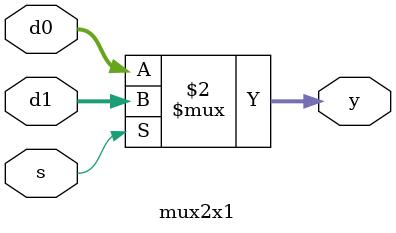
<source format=v>
module mux2x1 # (parameter WIDTH =32)
(input [WIDTH-1:0] d0, d1,
input s,
output [WIDTH-1:0] y);
assign y=(s==1'b0) ? d0 : d1;
endmodule
</source>
